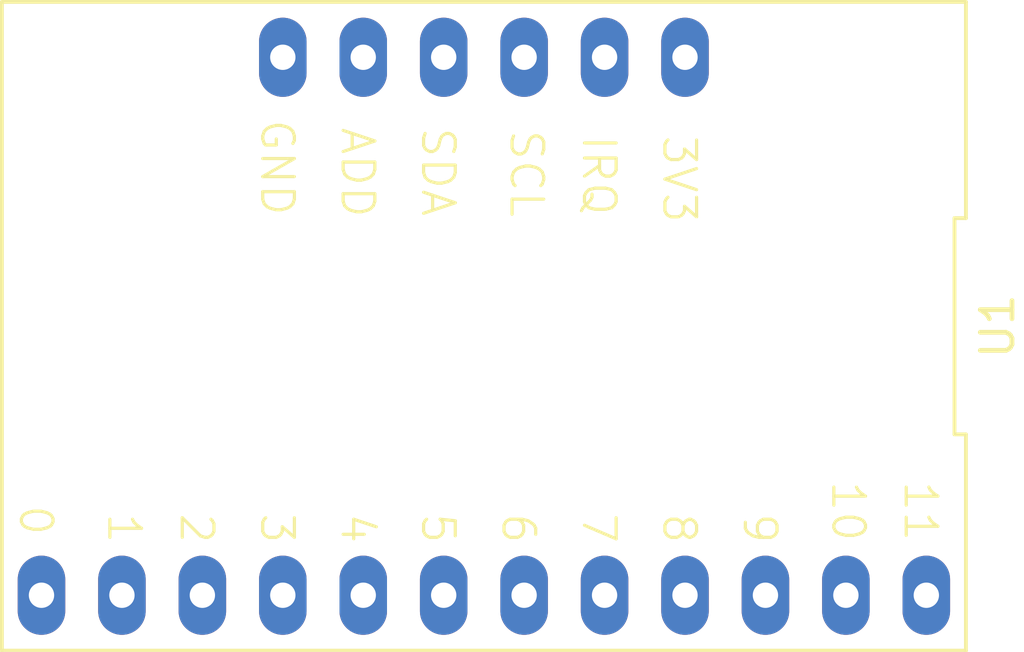
<source format=kicad_pcb>
(kicad_pcb (version 20221018) (generator pcbnew)
  (layers (0 "F.Cu" signal) (31 "B.Cu" signal) (34 "B.Paste" user) (35 "F.Paste" user) (36 "B.SilkS" user "B.Silkscreen") (37 "F.SilkS" user "F.Silkscreen") (38 "B.Mask" user) (39 "F.Mask" user) (44 "Edge.Cuts" user))
  (net 0 "")
  (net 1 "Net-(U1-3V3)")
  (footprint "MesEmpreintes2:MPR121" (layer "F.Cu") (at 142.03 101.5 180)
    (fp_text reference "U1" (at -16.22 0 90) (layer "F.SilkS"))
    (fp_text value "MPR121DL")
    (fp_text user "SDA" (at 2.032 6.35 270 unlocked) (layer "F.SilkS") (effects (font (thickness 0.1)) (justify left bottom)))
    (fp_text user "11" (at -13.208 -4.826 270 unlocked) (layer "F.SilkS") (effects (font (thickness 0.1)) (justify left bottom)))
    (fp_text user "ADD" (at 4.572 6.35 270 unlocked) (layer "F.SilkS") (effects (font (thickness 0.1)) (justify left bottom)))
    (fp_text user "0" (at 14.732 -5.588 270 unlocked) (layer "F.SilkS") (effects (font (thickness 0.1)) (justify left bottom)))
    (fp_text user "6" (at -0.508 -5.842 270 unlocked) (layer "F.SilkS") (effects (font (thickness 0.1)) (justify left bottom)))
    (fp_text user "2" (at 9.652 -5.842 270 unlocked) (layer "F.SilkS") (effects (font (thickness 0.1)) (justify left bottom)))
    (fp_text user "3V3" (at -5.588 6.096 270 unlocked) (layer "F.SilkS") (effects (font (thickness 0.1)) (justify left bottom)))
    (fp_text user "7" (at -3.048 -5.842 270 unlocked) (layer "F.SilkS") (effects (font (thickness 0.1)) (justify left bottom)))
    (fp_text user "5" (at 2.032 -5.842 270 unlocked) (layer "F.SilkS") (effects (font (thickness 0.1)) (justify left bottom)))
    (fp_text user "9" (at -8.128 -5.842 270 unlocked) (layer "F.SilkS") (effects (font (thickness 0.1)) (justify left bottom)))
    (fp_text user "SCL" (at -0.762 4.826 270 unlocked) (layer "F.SilkS") (effects (font (thickness 0.1)) (justify bottom)))
    (fp_text user "GND" (at 7.112 6.604 270 unlocked) (layer "F.SilkS") (effects (font (thickness 0.1)) (justify left bottom)))
    (fp_text user "3" (at 7.112 -5.842 270 unlocked) (layer "F.SilkS") (effects (font (thickness 0.1)) (justify left bottom)))
    (fp_text user "8" (at -5.588 -5.842 270 unlocked) (layer "F.SilkS") (effects (font (thickness 0.1)) (justify left bottom)))
    (fp_text user "4" (at 4.572 -5.842 270 unlocked) (layer "F.SilkS") (effects (font (thickness 0.1)) (justify left bottom)))
    (fp_text user "1" (at 11.938 -5.842 270 unlocked) (layer "F.SilkS") (effects (font (thickness 0.1)) (justify left bottom)))
    (fp_text user "10" (at -10.922 -4.826 270 unlocked) (layer "F.SilkS") (effects (font (thickness 0.1)) (justify left bottom)))
    (fp_text user "IRQ" (at -3.048 6.096 270 unlocked) (layer "F.SilkS") (effects (font (thickness 0.1)) (justify left bottom)))
    (fp_line (start -15.22 -10.25) (end -15.22 -3.416666) (stroke (width 0.12)) (layer "F.SilkS"))
    (fp_line (start -15.22 -3.416666) (end -14.86 -3.416666) (stroke (width 0.12)) (layer "F.SilkS"))
    (fp_line (start -15.22 3.416666) (end -15.22 10.249999) (stroke (width 0.12)) (layer "F.SilkS"))
    (fp_line (start -15.22 10.249999) (end 15.22 10.25) (stroke (width 0.12)) (layer "F.SilkS"))
    (fp_line (start -14.86 -3.416666) (end -14.86 3.416666) (stroke (width 0.12)) (layer "F.SilkS"))
    (fp_line (start -14.86 3.416666) (end -15.22 3.416666) (stroke (width 0.12)) (layer "F.SilkS"))
    (fp_line (start 15.22 -10.249999) (end -15.22 -10.25) (stroke (width 0.12)) (layer "F.SilkS"))
    (fp_line (start 15.22 10.25) (end 15.22 -10.249999) (stroke (width 0.12)) (layer "F.SilkS"))
    (pad "1" thru_hole oval (at -6.35 8.5 180) (size 1.5 2.5) (drill 0.8) (layers "*.Cu" "*.Mask") (net 1 "Net-(U1-3V3)"))
    (pad "2" thru_hole oval (at -3.81 8.5 180) (size 1.5 2.5) (drill 0.8) (layers "*.Cu" "*.Mask"))
    (pad "3" thru_hole oval (at -1.27 8.5 180) (size 1.5 2.5) (drill 0.8) (layers "*.Cu" "*.Mask"))
    (pad "4" thru_hole oval (at 1.27 8.5 180) (size 1.5 2.5) (drill 0.8) (layers "*.Cu" "*.Mask") (net 1 "Net-(U1-3V3)"))
    (pad "5" thru_hole oval (at 3.81 8.5 180) (size 1.5 2.5) (drill 0.8) (layers "*.Cu" "*.Mask"))
    (pad "6" thru_hole oval (at 6.35 8.5 180) (size 1.5 2.5) (drill 0.8) (layers "*.Cu" "*.Mask"))
    (pad "7" thru_hole oval (at 13.97 -8.5 180) (size 1.5 2.5) (drill 0.8) (layers "*.Cu" "*.Mask"))
    (pad "8" thru_hole oval (at 11.43 -8.5 180) (size 1.5 2.5) (drill 0.8) (layers "*.Cu" "*.Mask"))
    (pad "9" thru_hole oval (at 8.89 -8.5 180) (size 1.5 2.5) (drill 0.8) (layers "*.Cu" "*.Mask"))
    (pad "10" thru_hole oval (at 6.35 -8.5 180) (size 1.5 2.5) (drill 0.8) (layers "*.Cu" "*.Mask"))
    (pad "11" thru_hole oval (at 3.81 -8.5 180) (size 1.5 2.5) (drill 0.8) (layers "*.Cu" "*.Mask"))
    (pad "12" thru_hole oval (at 1.27 -8.5 180) (size 1.5 2.5) (drill 0.8) (layers "*.Cu" "*.Mask"))
    (pad "13" thru_hole oval (at -1.27 -8.5 180) (size 1.5 2.5) (drill 0.8) (layers "*.Cu" "*.Mask"))
    (pad "14" thru_hole oval (at -3.81 -8.5 180) (size 1.5 2.5) (drill 0.8) (layers "*.Cu" "*.Mask"))
    (pad "15" thru_hole oval (at -6.35 -8.5 180) (size 1.5 2.5) (drill 0.8) (layers "*.Cu" "*.Mask"))
    (pad "16" thru_hole oval (at -8.89 -8.5 180) (size 1.5 2.5) (drill 0.8) (layers "*.Cu" "*.Mask"))
    (pad "18" thru_hole oval (at -11.43 -8.5 180) (size 1.5 2.5) (drill 0.8) (layers "*.Cu" "*.Mask"))
    (pad "19" thru_hole oval (at -13.97 -8.5 180) (size 1.5 2.5) (drill 0.8) (layers "*.Cu" "*.Mask"))
  )
)
</source>
